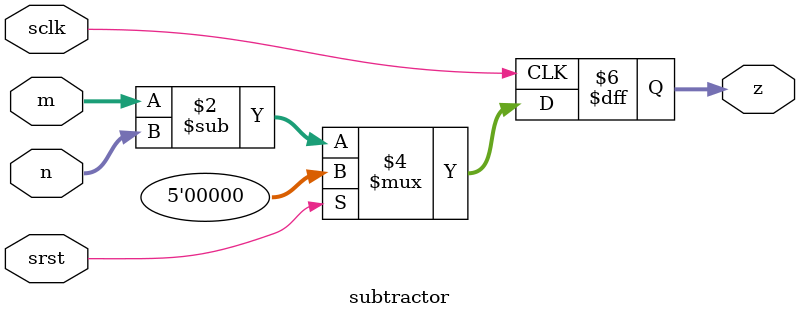
<source format=sv>

module subtractor(input logic sclk,srst,
                   input logic[3:0] m,n,
                   output logic[4:0] z);
  
  
  always_ff @(posedge sclk) begin:B1 //synchronous reset with clk
    
    if(srst) begin
      z <= 5'b0_0000;
    end
    
    else begin
      z <= m-n;
    end
    
    
  end:B1
  
endmodule:subtractor




//`end_keywords
</source>
